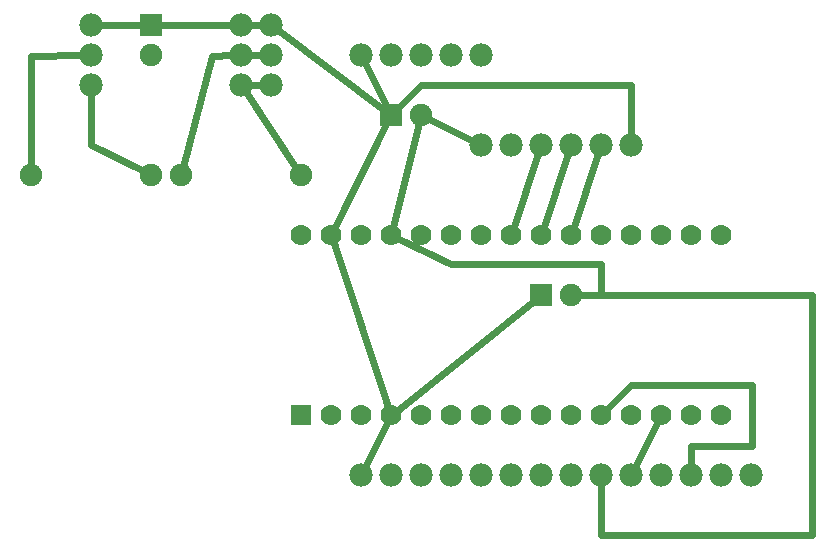
<source format=gbl>
G04 MADE WITH FRITZING*
G04 WWW.FRITZING.ORG*
G04 DOUBLE SIDED*
G04 HOLES PLATED*
G04 CONTOUR ON CENTER OF CONTOUR VECTOR*
%ASAXBY*%
%FSLAX23Y23*%
%MOIN*%
%OFA0B0*%
%SFA1.0B1.0*%
%ADD10C,0.075000*%
%ADD11C,0.078000*%
%ADD12C,0.070000*%
%ADD13R,0.075000X0.075000*%
%ADD14R,0.070000X0.069972*%
%ADD15C,0.024000*%
%LNCOPPER0*%
G90*
G70*
G54D10*
X1790Y869D03*
X1890Y869D03*
X490Y1769D03*
X490Y1669D03*
G54D11*
X790Y1569D03*
X790Y1669D03*
X790Y1769D03*
X890Y1569D03*
X890Y1669D03*
X890Y1769D03*
X1590Y1369D03*
X1690Y1369D03*
X1790Y1369D03*
X1890Y1369D03*
X1990Y1369D03*
X2090Y1369D03*
X1190Y1669D03*
X1290Y1669D03*
X1390Y1669D03*
X1490Y1669D03*
X1590Y1669D03*
X290Y1569D03*
X290Y1669D03*
X290Y1769D03*
G54D12*
X990Y469D03*
X1090Y469D03*
X1190Y469D03*
X1290Y469D03*
X1390Y469D03*
X1490Y469D03*
X1590Y469D03*
X1690Y469D03*
X1790Y469D03*
X1890Y469D03*
X1990Y469D03*
X2090Y469D03*
X2190Y469D03*
X2290Y469D03*
X2390Y469D03*
X990Y1069D03*
X1090Y1069D03*
X1190Y1069D03*
X1290Y1069D03*
X1390Y1069D03*
X1490Y1069D03*
X1590Y1069D03*
X1690Y1069D03*
X1790Y1069D03*
X1890Y1069D03*
X1990Y1069D03*
X2090Y1069D03*
X2190Y1069D03*
X2290Y1069D03*
X2390Y1069D03*
G54D10*
X90Y1269D03*
X490Y1269D03*
X590Y1269D03*
X990Y1269D03*
G54D11*
X1190Y269D03*
X1290Y269D03*
X1390Y269D03*
X1490Y269D03*
X1590Y269D03*
X1690Y269D03*
X1790Y269D03*
X1890Y269D03*
X1990Y269D03*
X2090Y269D03*
X2190Y269D03*
X2290Y269D03*
X2390Y269D03*
X2490Y269D03*
G54D10*
X1290Y1469D03*
X1390Y1469D03*
G54D13*
X1790Y869D03*
X490Y1769D03*
G54D14*
X990Y469D03*
G54D13*
X1290Y1469D03*
G54D15*
X1103Y1095D02*
X1277Y1444D01*
D02*
X760Y1769D02*
X320Y1769D01*
D02*
X860Y1769D02*
X820Y1769D01*
D02*
X1267Y1486D02*
X914Y1751D01*
D02*
X1388Y1569D02*
X2089Y1569D01*
D02*
X1310Y1490D02*
X1388Y1569D01*
D02*
X2089Y1569D02*
X2090Y1399D01*
D02*
X1281Y497D02*
X1099Y1042D01*
D02*
X1768Y851D02*
X1313Y487D01*
D02*
X1563Y1383D02*
X1416Y1456D01*
D02*
X1383Y1441D02*
X1297Y1097D01*
D02*
X1991Y868D02*
X1991Y971D01*
D02*
X1991Y971D02*
X1491Y971D01*
D02*
X1919Y869D02*
X1991Y868D01*
D02*
X1491Y971D02*
X1316Y1056D01*
D02*
X2693Y68D02*
X2693Y868D01*
D02*
X1991Y68D02*
X2693Y68D01*
D02*
X1990Y239D02*
X1991Y68D01*
D02*
X2693Y868D02*
X1919Y869D01*
D02*
X88Y1667D02*
X260Y1669D01*
D02*
X90Y1298D02*
X88Y1667D01*
D02*
X290Y1539D02*
X290Y1368D01*
D02*
X290Y1368D02*
X465Y1282D01*
D02*
X597Y1297D02*
X692Y1667D01*
D02*
X692Y1667D02*
X760Y1669D01*
D02*
X820Y1669D02*
X860Y1669D01*
D02*
X807Y1544D02*
X974Y1293D01*
D02*
X860Y1569D02*
X820Y1569D01*
D02*
X1277Y1495D02*
X1204Y1642D01*
D02*
X1899Y1097D02*
X1981Y1341D01*
D02*
X1799Y1097D02*
X1881Y1341D01*
D02*
X1699Y1097D02*
X1781Y1341D01*
D02*
X1204Y296D02*
X1277Y443D01*
D02*
X2104Y296D02*
X2177Y443D01*
D02*
X2492Y367D02*
X2492Y569D01*
D02*
X2492Y569D02*
X2089Y569D01*
D02*
X2290Y367D02*
X2492Y367D01*
D02*
X2290Y299D02*
X2290Y367D01*
D02*
X2089Y569D02*
X2011Y490D01*
G04 End of Copper0*
M02*
</source>
